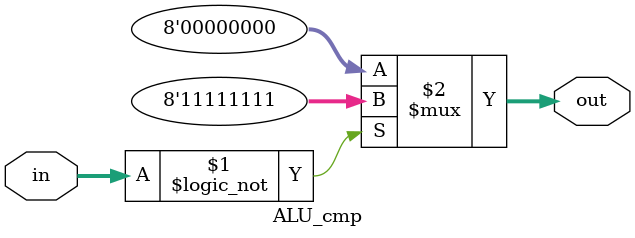
<source format=v>
`timescale 1ns / 1ps


module ALU_cmp
#(
    parameter WIDTH = 8
)
(
    input [WIDTH-1:0] in,
    output [WIDTH-1:0] out
);

assign out = (in == 0)? 8'b11111111:8'b00000000;
endmodule

</source>
